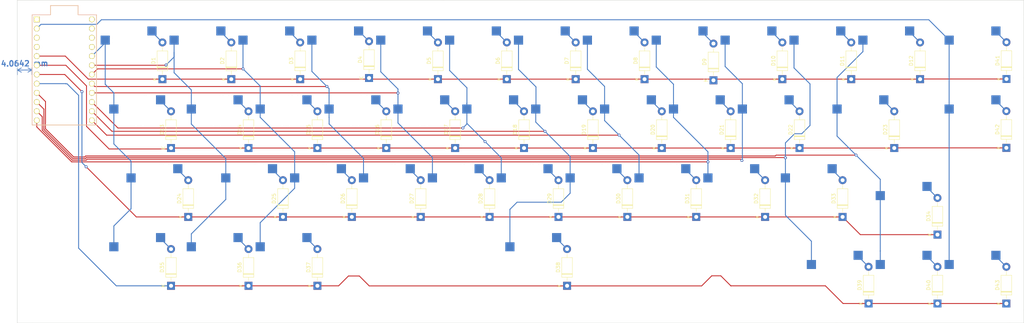
<source format=kicad_pcb>
(kicad_pcb (version 20211014) (generator pcbnew)
  (layers (0 "F.Cu" signal) (31 "B.Cu" signal) (34 "B.Paste" user) (35 "F.Paste" user) (36 "B.SilkS" user "B.Silkscreen") (37 "F.SilkS" user "F.Silkscreen") (38 "B.Mask" user) (39 "F.Mask" user) (44 "Edge.Cuts" user))
  (net 0 "")
  (net 1 "Net-(D1-Pad2)")
  (net 2 "COL0")
  (net 3 "Net-(D2-Pad2)")
  (net 4 "COL1")
  (net 5 "Net-(D3-Pad2)")
  (net 6 "COL2")
  (net 7 "Net-(D4-Pad2)")
  (net 8 "COL3")
  (net 9 "Net-(D5-Pad2)")
  (net 10 "COL4")
  (net 11 "Net-(D6-Pad2)")
  (net 12 "COL5")
  (net 13 "Net-(D7-Pad2)")
  (net 14 "COL6")
  (net 15 "Net-(D8-Pad2)")
  (net 16 "COL7")
  (net 17 "Net-(D9-Pad2)")
  (net 18 "COL8")
  (net 19 "Net-(D10-Pad2)")
  (net 20 "COL9")
  (net 21 "Net-(D11-Pad2)")
  (net 22 "COL10")
  (net 23 "Net-(D12-Pad2)")
  (net 24 "COL11")
  (net 25 "Net-(D13-Pad2)")
  (net 26 "Net-(D14-Pad2)")
  (net 27 "Net-(D15-Pad2)")
  (net 28 "Net-(D16-Pad2)")
  (net 29 "Net-(D17-Pad2)")
  (net 30 "Net-(D18-Pad2)")
  (net 31 "Net-(D19-Pad2)")
  (net 32 "Net-(D20-Pad2)")
  (net 33 "Net-(D21-Pad2)")
  (net 34 "Net-(D22-Pad2)")
  (net 35 "Net-(D23-Pad2)")
  (net 36 "Net-(D24-Pad2)")
  (net 37 "Net-(D25-Pad2)")
  (net 38 "Net-(D26-Pad2)")
  (net 39 "Net-(D27-Pad2)")
  (net 40 "Net-(D28-Pad2)")
  (net 41 "Net-(D29-Pad2)")
  (net 42 "Net-(D30-Pad2)")
  (net 43 "Net-(D31-Pad2)")
  (net 44 "Net-(D32-Pad2)")
  (net 45 "Net-(D33-Pad2)")
  (net 46 "Net-(D34-Pad2)")
  (net 47 "Net-(D35-Pad2)")
  (net 48 "Net-(D36-Pad2)")
  (net 49 "Net-(D37-Pad2)")
  (net 50 "Net-(D38-Pad2)")
  (net 51 "Net-(D39-Pad2)")
  (net 52 "Net-(D40-Pad2)")
  (net 53 "ROW0")
  (net 54 "ROW1")
  (net 55 "ROW2")
  (net 56 "ROW3")
  (net 64 "Net-(D41-Pad2)")
  (net 65 "Net-(D42-Pad2)")
  (net 66 "Net-(D43-Pad2)")
  (net 67 "COL12")
  (footprint "MX_Only:MXOnly-1.75U-Hotswap" (layer "F.Cu") (at 130.05275 -210.82)
    (fp_text reference "MX23")
    (fp_text value "MX-NoLED")
  )
  (footprint "Diode_THT:D_DO-41_SOD81_P10.16mm_Horizontal" (layer "F.Cu") (at 31.62775 -221.615 90)
    (fp_text reference "D6")
    (fp_text value "D_Small")
  )
  (footprint "Diode_THT:D_DO-41_SOD81_P10.16mm_Horizontal" (layer "F.Cu") (at 126.87775 -221.615 90)
    (fp_text reference "D11")
    (fp_text value "D_Small")
  )
  (footprint "Diode_THT:D_DO-41_SOD81_P10.16mm_Horizontal" (layer "F.Cu") (at 26.86525 -183.515 90)
    (fp_text reference "D28")
    (fp_text value "D_Small")
  )
  (footprint "MX_Only:MXOnly-1U-Hotswap" (layer "F.Cu") (at 137.1965 -229.87)
    (fp_text reference "MX12")
    (fp_text value "MX-NoLED")
  )
  (footprint "Diode_THT:D_DO-41_SOD81_P10.16mm_Horizontal" (layer "F.Cu") (at -20.75975 -202.565 90)
    (fp_text reference "D15")
    (fp_text value "D_Small")
  )
  (footprint "Diode_THT:D_DO-41_SOD81_P10.16mm_Horizontal" (layer "F.Cu") (at 131.6847 -159.5628 90)
    (fp_text reference "D39")
    (fp_text value "D_Small")
  )
  (footprint "MX_Only:MXOnly-1U-Hotswap" (layer "F.Cu") (at 99.0965 -229.87)
    (fp_text reference "MX10")
    (fp_text value "MX-NoLED")
  )
  (footprint "MX_Only:MXOnly-1U-Hotswap" (layer "F.Cu") (at 80.0465 -229.87)
    (fp_text reference "MX9")
    (fp_text value "MX-NoLED")
  )
  (footprint "Diode_THT:D_DO-41_SOD81_P10.16mm_Horizontal" (layer "F.Cu") (at 84.01525 -183.515 90)
    (fp_text reference "D31")
    (fp_text value "D_Small")
  )
  (footprint "MX_Only:MXOnly-1U-Hotswap" (layer "F.Cu") (at -72.3535 -229.87)
    (fp_text reference "MX1")
    (fp_text value "MX-NoLED")
  )
  (footprint "Diode_THT:D_DO-41_SOD81_P10.16mm_Horizontal" (layer "F.Cu") (at 17.34025 -202.565 90)
    (fp_text reference "D17")
    (fp_text value "D_Small")
  )
  (footprint "Diode_THT:D_DO-41_SOD81_P10.16mm_Horizontal" (layer "F.Cu") (at -63.62225 -221.615 90)
    (fp_text reference "D1")
    (fp_text value "D_Small")
  )
  (footprint "MX_Only:MXOnly-1.25U-Hotswap" (layer "F.Cu") (at -69.97225 -210.82)
    (fp_text reference "MX13")
    (fp_text value "MX-NoLED")
  )
  (footprint "Diode_THT:D_DO-41_SOD81_P10.16mm_Horizontal" (layer "F.Cu") (at 48.2965 -164.465 90)
    (fp_text reference "D38")
    (fp_text value "D_Small")
  )
  (footprint "Diode_THT:D_DO-41_SOD81_P10.16mm_Horizontal" (layer "F.Cu") (at 150.7347 -159.5628 90)
    (fp_text reference "D40")
    (fp_text value "D_Small")
  )
  (footprint "MX_Only:MXOnly-1U-Hotswap" (layer "F.Cu") (at 3.8465 -229.87)
    (fp_text reference "MX5")
    (fp_text value "MX-NoLED")
  )
  (footprint "promicro:ProMicro" (layer "F.Cu") (at -90.7558 -224.1804 -90)
    (fp_text reference "U1" hide)
    (fp_text value "ProMicro")
  )
  (footprint "Diode_THT:D_DO-41_SOD81_P10.16mm_Horizontal" (layer "F.Cu") (at 103.06525 -183.515 90)
    (fp_text reference "D32")
    (fp_text value "D_Small")
  )
  (footprint "Diode_THT:D_DO-41_SOD81_P10.16mm_Horizontal" (layer "F.Cu") (at -6.47225 -221.9325 90)
    (fp_text reference "D4")
    (fp_text value "D_Small")
  )
  (footprint "MX_Only:MXOnly-1U-Hotswap" (layer "F.Cu") (at 46.709 -210.82)
    (fp_text reference "MX19")
    (fp_text value "MX-NoLED")
  )
  (footprint "MX_Only:MXOnly-1U-Hotswap" (layer "F.Cu") (at -19.966 -191.77)
    (fp_text reference "MX26")
    (fp_text value "MX-NoLED")
  )
  (footprint "Diode_THT:D_DO-41_SOD81_P10.16mm_Horizontal" (layer "F.Cu") (at 169.7847 -202.6158 90)
    (fp_text reference "D42")
    (fp_text value "D_Small")
  )
  (footprint "MX_Only:MXOnly-1U-Hotswap" (layer "F.Cu") (at 94.334 -191.77)
    (fp_text reference "MX32")
    (fp_text value "MX-NoLED")
  )
  (footprint "MX_Only:MXOnly-1U-Hotswap" (layer "F.Cu") (at -53.3035 -229.87)
    (fp_text reference "MX2")
    (fp_text value "MX-NoLED")
  )
  (footprint "MX_Only:MXOnly-1U-Hotswap" (layer "F.Cu") (at 142.00345 -186.8678)
    (fp_text reference "MX34")
    (fp_text value "MX-NoLED")
  )
  (footprint "Diode_THT:D_DO-41_SOD81_P10.16mm_Horizontal" (layer "F.Cu") (at 50.67775 -221.615 90)
    (fp_text reference "D7")
    (fp_text value "D_Small")
  )
  (footprint "MX_Only:MXOnly-1U-Hotswap" (layer "F.Cu") (at 118.1465 -229.87)
    (fp_text reference "MX11")
    (fp_text value "MX-NoLED")
  )
  (footprint "Diode_THT:D_DO-41_SOD81_P10.16mm_Horizontal" (layer "F.Cu") (at 124.4965 -183.515 90)
    (fp_text reference "D33")
    (fp_text value "D_Small")
  )
  (footprint "MX_Only:MXOnly-1U-Hotswap" (layer "F.Cu") (at -34.2535 -229.87)
    (fp_text reference "MX3")
    (fp_text value "MX-NoLED")
  )
  (footprint "MX_Only:MXOnly-1U-Hotswap" (layer "F.Cu") (at -29.491 -172.72)
    (fp_text reference "MX37")
    (fp_text value "MX-NoLED")
  )
  (footprint "Diode_THT:D_DO-41_SOD81_P10.16mm_Horizontal" (layer "F.Cu") (at 36.39025 -202.565 90)
    (fp_text reference "D18")
    (fp_text value "D_Small")
  )
  (footprint "MX_Only:MXOnly-1U-Hotswap" (layer "F.Cu") (at 161.05345 -229.87)
    (fp_text reference "MX41")
    (fp_text value "MX-NoLED")
  )
  (footprint "MX_Only:MXOnly-1U-Hotswap" (layer "F.Cu") (at -10.441 -210.82)
    (fp_text reference "MX16")
    (fp_text value "MX-NoLED")
  )
  (footprint "MX_Only:MXOnly-1U-Hotswap" (layer "F.Cu") (at 8.609 -210.82)
    (fp_text reference "MX17")
    (fp_text value "MX-NoLED")
  )
  (footprint "Diode_THT:D_DO-41_SOD81_P10.16mm_Horizontal" (layer "F.Cu") (at 88.77775 -221.2975 90)
    (fp_text reference "D9")
    (fp_text value "D_Small")
  )
  (footprint "MX_Only:MXOnly-1U-Hotswap" (layer "F.Cu") (at 22.8965 -229.87)
    (fp_text reference "MX6")
    (fp_text value "MX-NoLED")
  )
  (footprint "Diode_THT:D_DO-41_SOD81_P10.16mm_Horizontal" (layer "F.Cu") (at -61.241 -202.565 90)
    (fp_text reference "D13")
    (fp_text value "D_Small")
  )
  (footprint "Diode_THT:D_DO-41_SOD81_P10.16mm_Horizontal" (layer "F.Cu") (at -39.80975 -164.465 90)
    (fp_text reference "D36")
    (fp_text value "D_Small")
  )
  (footprint "Diode_THT:D_DO-41_SOD81_P10.16mm_Horizontal" (layer "F.Cu") (at 169.81645 -221.6658 90)
    (fp_text reference "D41")
    (fp_text value "D_Small")
  )
  (footprint "MX_Only:MXOnly-1U-Hotswap" (layer "F.Cu") (at 65.759 -210.82)
    (fp_text reference "MX20")
    (fp_text value "MX-NoLED")
  )
  (footprint "Diode_THT:D_DO-41_SOD81_P10.16mm_Horizontal" (layer "F.Cu") (at -61.241 -164.465 90)
    (fp_text reference "D35")
    (fp_text value "D_Small")
  )
  (footprint "MX_Only:MXOnly-6.25U-Hotswap" (layer "F.Cu") (at 39.56525 -172.72)
    (fp_text reference "MX38")
    (fp_text value "MX-NoLED")
  )
  (footprint "MX_Only:MXOnly-1.75U-Hotswap" (layer "F.Cu") (at -65.20975 -191.77)
    (fp_text reference "MX24")
    (fp_text value "MX-NoLED")
  )
  (footprint "MX_Only:MXOnly-1U-Hotswap" (layer "F.Cu") (at 41.9465 -229.87)
    (fp_text reference "MX7")
    (fp_text value "MX-NoLED")
  )
  (footprint "Diode_THT:D_DO-41_SOD81_P10.16mm_Horizontal" (layer "F.Cu") (at -1.70975 -202.565 90)
    (fp_text reference "D16")
    (fp_text value "D_Small")
  )
  (footprint "Diode_THT:D_DO-41_SOD81_P10.16mm_Horizontal" (layer "F.Cu") (at 64.96525 -183.515 90)
    (fp_text reference "D30")
    (fp_text value "D_Small")
  )
  (footprint "Diode_THT:D_DO-41_SOD81_P10.16mm_Horizontal" (layer "F.Cu") (at 12.57775 -221.615 90)
    (fp_text reference "D5")
    (fp_text value "D_Small")
  )
  (footprint "Diode_THT:D_DO-41_SOD81_P10.16mm_Horizontal" (layer "F.Cu") (at -44.57225 -221.615 90)
    (fp_text reference "D2")
    (fp_text value "D_Small")
  )
  (footprint "Diode_THT:D_DO-41_SOD81_P10.16mm_Horizontal" (layer "F.Cu") (at 112.59025 -202.565 90)
    (fp_text reference "D22")
    (fp_text value "D_Small")
  )
  (footprint "MX_Only:MXOnly-1U-Hotswap" (layer "F.Cu") (at -39.016 -191.77)
    (fp_text reference "MX25")
    (fp_text value "MX-NoLED")
  )
  (footprint "MX_Only:MXOnly-1U-Hotswap" (layer "F.Cu") (at 60.9965 -229.87)
    (fp_text reference "MX8")
    (fp_text value "MX-NoLED")
  )
  (footprint "MX_Only:MXOnly-1U-Hotswap" (layer "F.Cu") (at 161.05345 -167.8178)
    (fp_text reference "MX43")
    (fp_text value "MX-NoLED")
  )
  (footprint "Diode_THT:D_DO-41_SOD81_P10.16mm_Horizontal" (layer "F.Cu") (at -56.4785 -183.515 90)
    (fp_text reference "D24")
    (fp_text value "D_Small")
  )
  (footprint "MX_Only:MXOnly-1U-Hotswap" (layer "F.Cu") (at 18.134 -191.77)
    (fp_text reference "MX28")
    (fp_text value "MX-NoLED")
  )
  (footprint "Diode_THT:D_DO-41_SOD81_P10.16mm_Horizontal" (layer "F.Cu") (at 74.49025 -202.565 90)
    (fp_text reference "D20")
    (fp_text value "D_Small")
  )
  (footprint "MX_Only:MXOnly-1U-Hotswap" (layer "F.Cu") (at 161.05345 -210.82)
    (fp_text reference "MX42")
    (fp_text value "MX-NoLED")
  )
  (footprint "MX_Only:MXOnly-1U-Hotswap" (layer "F.Cu") (at -48.541 -210.82)
    (fp_text reference "MX14")
    (fp_text value "MX-NoLED")
  )
  (footprint "MX_Only:MXOnly-1U-Hotswap" (layer "F.Cu") (at 75.284 -191.77)
    (fp_text reference "MX31")
    (fp_text value "MX-NoLED")
  )
  (footprint "Diode_THT:D_DO-41_SOD81_P10.16mm_Horizontal" (layer "F.Cu") (at 93.54025 -202.565 90)
    (fp_text reference "D21")
    (fp_text value "D_Small")
  )
  (footprint "MX_Only:MXOnly-1U-Hotswap" (layer "F.Cu") (at -15.2035 -229.87)
    (fp_text reference "MX4")
    (fp_text value "MX-NoLED")
  )
  (footprint "MX_Only:MXOnly-1U-Hotswap" (layer "F.Cu") (at -29.491 -210.82)
    (fp_text reference "MX15")
    (fp_text value "MX-NoLED")
  )
  (footprint "MX_Only:MXOnly-1U-Hotswap" (layer "F.Cu") (at -48.541 -172.72)
    (fp_text reference "MX36")
    (fp_text value "MX-NoLED")
  )
  (footprint "Diode_THT:D_DO-41_SOD81_P10.16mm_Horizontal" (layer "F.Cu") (at -11.23475 -183.515 90)
    (fp_text reference "D26")
    (fp_text value "D_Small")
  )
  (footprint "MX_Only:MXOnly-1U-Hotswap" (layer "F.Cu") (at -0.916 -191.77)
    (fp_text reference "MX27")
    (fp_text value "MX-NoLED")
  )
  (footprint "Diode_THT:D_DO-41_SOD81_P10.16mm_Horizontal" (layer "F.Cu") (at -30.28475 -183.515 90)
    (fp_text reference "D25")
    (fp_text value "D_Small")
  )
  (footprint "MX_Only:MXOnly-1U-Hotswap" (layer "F.Cu") (at 84.809 -210.82)
    (fp_text reference "MX21")
    (fp_text value "MX-NoLED")
  )
  (footprint "MX_Only:MXOnly-1.25U-Hotswap" (layer "F.Cu") (at 115.76525 -191.77)
    (fp_text reference "MX33")
    (fp_text value "MX-NoLED")
  )
  (footprint "MX_Only:MXOnly-1.25U-Hotswap" (layer "F.Cu") (at 122.95345 -167.8178)
    (fp_text reference "MX39")
    (fp_text value "MX-NoLED")
  )
  (footprint "MX_Only:MXOnly-1.25U-Hotswap" (layer "F.Cu") (at 142.00345 -167.8178)
    (fp_text reference "MX40")
    (fp_text value "MX-NoLED")
  )
  (footprint "MX_Only:MXOnly-1U-Hotswap" (layer "F.Cu") (at 56.234 -191.77)
    (fp_text reference "MX30")
    (fp_text value "MX-NoLED")
  )
  (footprint "Diode_THT:D_DO-41_SOD81_P10.16mm_Horizontal" (layer "F.Cu") (at 7.81525 -183.515 90)
    (fp_text reference "D27")
    (fp_text value "D_Small")
  )
  (footprint "Diode_THT:D_DO-41_SOD81_P10.16mm_Horizontal" (layer "F.Cu") (at -20.75975 -164.465 90)
    (fp_text reference "D37")
    (fp_text value "D_Small")
  )
  (footprint "Diode_THT:D_DO-41_SOD81_P10.16mm_Horizontal" (layer "F.Cu") (at 150.7347 -178.6128 90)
    (fp_text reference "D34")
    (fp_text value "D_Small")
  )
  (footprint "MX_Only:MXOnly-1U-Hotswap" (layer "F.Cu") (at 103.859 -210.82)
    (fp_text reference "MX22")
    (fp_text value "MX-NoLED")
  )
  (footprint "Diode_THT:D_DO-41_SOD81_P10.16mm_Horizontal" (layer "F.Cu") (at 169.7847 -159.5628 90)
    (fp_text reference "D43")
    (fp_text value "D_Small")
  )
  (footprint "Diode_THT:D_DO-41_SOD81_P10.16mm_Horizontal" (layer "F.Cu") (at 45.91525 -183.515 90)
    (fp_text reference "D29")
    (fp_text value "D_Small")
  )
  (footprint "Diode_THT:D_DO-41_SOD81_P10.16mm_Horizontal" (layer "F.Cu") (at 138.784 -202.565 90)
    (fp_text reference "D23")
    (fp_text value "D_Small")
  )
  (footprint "Diode_THT:D_DO-41_SOD81_P10.16mm_Horizontal" (layer "F.Cu") (at 69.72775 -221.615 90)
    (fp_text reference "D8")
    (fp_text value "D_Small")
  )
  (footprint "Diode_THT:D_DO-41_SOD81_P10.16mm_Horizontal" (layer "F.Cu") (at 145.92775 -221.615 90)
    (fp_text reference "D12")
    (fp_text value "D_Small")
  )
  (footprint "Diode_THT:D_DO-41_SOD81_P10.16mm_Horizontal" (layer "F.Cu") (at 55.44025 -202.565 90)
    (fp_text reference "D19")
    (fp_text value "D_Small")
  )
  (footprint "Diode_THT:D_DO-41_SOD81_P10.16mm_Horizontal" (layer "F.Cu") (at -39.80975 -202.565 90)
    (fp_text reference "D14")
    (fp_text value "D_Small")
  )
  (footprint "MX_Only:MXOnly-1U-Hotswap" (layer "F.Cu") (at 27.659 -210.82)
    (fp_text reference "MX18")
    (fp_text value "MX-NoLED")
  )
  (footprint "MX_Only:MXOnly-1.25U-Hotswap" (layer "F.Cu") (at -69.97225 -172.72)
    (fp_text reference "MX35")
    (fp_text value "MX-NoLED")
  )
  (footprint "Diode_THT:D_DO-41_SOD81_P10.16mm_Horizontal" (layer "F.Cu") (at -25.52225 -221.615 90)
    (fp_text reference "D3")
    (fp_text value "D_Small")
  )
  (footprint "MX_Only:MXOnly-1U-Hotswap" (layer "F.Cu") (at 37.184 -191.77)
    (fp_text reference "MX29")
    (fp_text value "MX-NoLED")
  )
  (footprint "Diode_THT:D_DO-41_SOD81_P10.16mm_Horizontal" (layer "F.Cu") (at 107.82775 -221.615 90)
    (fp_text reference "D10")
    (fp_text value "D_Small")
  )
  (gr_line (start 174.625 -221.996) (end 174.625 -239.395) (layer "Edge.Cuts") (width 0.1))
  (gr_line (start -103.759 -239.315318) (end -103.759 -243.332) (layer "Edge.Cuts") (width 0.1))
  (gr_line (start -99.568 -154.178) (end -103.759 -154.178) (layer "Edge.Cuts") (width 0.1))
  (gr_line (start -103.759 -243.459) (end -99.742318 -243.459) (layer "Edge.Cuts") (width 0.1))
  (gr_line (start 174.625 -154.178) (end 174.625 -157.861) (layer "Edge.Cuts") (width 0.1))
  (gr_line (start 13.97 -243.459) (end 170.561 -243.459) (layer "Edge.Cuts") (width 0.1))
  (gr_line (start -103.759 -154.178) (end -103.759 -154.305) (layer "Edge.Cuts") (width 0.1))
  (gr_line (start 170.561 -243.459) (end 174.625 -243.459) (layer "Edge.Cuts") (width 0.1))
  (gr_line (start 122.809 -154.178) (end -99.568 -154.178) (layer "Edge.Cuts") (width 0.1))
  (gr_line (start 122.809 -154.178) (end 170.620149 -154.178) (layer "Edge.Cuts") (width 0.1))
  (gr_line (start 174.625 -243.459) (end 174.625 -239.395) (layer "Edge.Cuts") (width 0.1))
  (gr_line (start -103.759 -224.282) (end -103.759 -239.315318) (layer "Edge.Cuts") (width 0.1))
  (gr_line (start -103.759 -158.182851) (end -103.759 -154.305) (layer "Edge.Cuts") (width 0.1))
  (gr_line (start 170.620149 -154.178) (end 174.625 -154.178) (layer "Edge.Cuts") (width 0.1))
  (gr_line (start -103.759 -224.282) (end -103.759 -158.182851) (layer "Edge.Cuts") (width 0.1))
  (gr_line (start 13.97 -243.459) (end -99.742318 -243.459) (layer "Edge.Cuts") (width 0.1))
  (gr_line (start -103.759 -243.332) (end -103.759 -243.459) (layer "Edge.Cuts") (width 0.1))
  (gr_line (start 174.625 -157.861) (end 174.625 -221.996) (layer "Edge.Cuts") (width 0.1))
  (dimension (type aligned) (layer "B.Cu") (pts (xy -99.678992 -222.372582) (xy -103.742992 -222.336082)) (height 1.78249) (gr_text "4,0642 mm" (at -101.743166 -225.936677 0.5145767038) (layer "B.Cu") (effects (font (size 1.5 1.5) (thickness 0.3)))) (format (units 3) (units_format 1) (precision 4)) (style (thickness 0.2) (arrow_length 1.27) (text_position_mode 0) (extension_height 0.58642) (extension_offset 0.5) keep_text_aligned))
  (segment (start -66.5115 -234.66425) (end -63.62225 -231.775) (width 0.25) (layer "B.Cu") (net 1))
  (segment (start -66.5115 -234.95) (end -66.5115 -234.66425) (width 0.25) (layer "B.Cu") (net 1))
  (segment (start -79.4385 -232.41) (end -79.4385 -231.6877) (width 0.25) (layer "B.Cu") (net 2))
  (segment (start -77.04615 -217.805) (end -77.05725 -217.7939) (width 0.25) (layer "B.Cu") (net 2))
  (segment (start -72.29475 -185.7772) (end -77.05725 -181.0147) (width 0.25) (layer "B.Cu") (net 2))
  (segment (start -79.4385 -232.41) (end -79.4385 -220.19735) (width 0.25) (layer "B.Cu") (net 2))
  (segment (start -77.05725 -213.36) (end -77.05725 -203.6937) (width 0.25) (layer "B.Cu") (net 2))
  (segment (start -77.05725 -181.0147) (end -77.05725 -175.26) (width 0.25) (layer "B.Cu") (net 2))
  (segment (start -72.29475 -198.9312) (end -72.29475 -194.31) (width 0.25) (layer "B.Cu") (net 2))
  (segment (start -72.29475 -194.31) (end -72.29475 -185.7772) (width 0.25) (layer "B.Cu") (net 2))
  (segment (start -79.4385 -220.19735) (end -77.04615 -217.805) (width 0.25) (layer "B.Cu") (net 2))
  (segment (start -77.05725 -217.7939) (end -77.05725 -213.36) (width 0.25) (layer "B.Cu") (net 2))
  (segment (start -79.4385 -231.6877) (end -83.1358 -227.9904) (width 0.25) (layer "B.Cu") (net 2))
  (segment (start -77.05725 -203.6937) (end -72.29475 -198.9312) (width 0.25) (layer "B.Cu") (net 2))
  (segment (start -47.4615 -234.95) (end -47.4615 -234.66425) (width 0.25) (layer "B.Cu") (net 3))
  (segment (start -47.4615 -234.66425) (end -44.57225 -231.775) (width 0.25) (layer "B.Cu") (net 3))
  (segment (start -83.1358 -225.4504) (end -62.69515 -225.4504) (width 0.25) (layer "F.Cu") (net 4))
  (segment (start -62.69515 -225.4504) (end -62.61895 -225.5266) (width 0.25) (layer "F.Cu") (net 4))
  (via (at -62.61895 -225.5266) (size 0.8) (drill 0.4) (layers "F.Cu" "B.Cu") (net 4))
  (segment (start -55.626 -178.82395) (end -55.626 -175.26) (width 0.25) (layer "B.Cu") (net 4))
  (segment (start -60.3885 -228.98575) (end -60.3885 -227.75705) (width 0.25) (layer "B.Cu") (net 4))
  (segment (start -60.3885 -223.39775) (end -55.626 -218.63525) (width 0.25) (layer "B.Cu") (net 4))
  (segment (start -46.101 -199.66145) (end -46.101 -194.31) (width 0.25) (layer "B.Cu") (net 4))
  (segment (start -60.3885 -228.98575) (end -60.3885 -223.39775) (width 0.25) (layer "B.Cu") (net 4))
  (segment (start -55.626 -218.63525) (end -55.626 -213.36) (width 0.25) (layer "B.Cu") (net 4))
  (segment (start -46.101 -194.31) (end -46.101 -188.34895) (width 0.25) (layer "B.Cu") (net 4))
  (segment (start -60.3885 -227.75705) (end -62.61895 -225.5266) (width 0.25) (layer "B.Cu") (net 4))
  (segment (start -55.626 -213.36) (end -55.626 -209.18645) (width 0.25) (layer "B.Cu") (net 4))
  (segment (start -46.101 -188.34895) (end -55.626 -178.82395) (width 0.25) (layer "B.Cu") (net 4))
  (segment (start -60.3885 -232.41) (end -60.3885 -228.98575) (width 0.25) (layer "B.Cu") (net 4))
  (segment (start -55.626 -209.18645) (end -46.101 -199.66145) (width 0.25) (layer "B.Cu") (net 4))
  (segment (start -28.4115 -234.66425) (end -25.52225 -231.775) (width 0.25) (layer "B.Cu") (net 5))
  (segment (start -28.4115 -234.95) (end -28.4115 -234.66425) (width 0.25) (layer "B.Cu") (net 5))
  (segment (start -81.58165 -224.46455) (end -41.3385 -224.46455) (width 0.25) (layer "F.Cu") (net 6))
  (segment (start -83.1358 -222.9104) (end -81.58165 -224.46455) (width 0.25) (layer "F.Cu") (net 6))
  (via (at -41.3385 -224.46455) (size 0.8) (drill 0.4) (layers "F.Cu" "B.Cu") (net 6))
  (segment (start -41.3385 -224.46455) (end -36.576 -219.70205) (width 0.25) (layer "B.Cu") (net 6))
  (segment (start -27.051 -191.44775) (end -36.576 -181.92275) (width 0.25) (layer "B.Cu") (net 6))
  (segment (start -36.576 -213.36) (end -36.576 -211.057231) (width 0.25) (layer "B.Cu") (net 6))
  (segment (start -27.051 -194.31) (end -27.051 -191.44775) (width 0.25) (layer "B.Cu") (net 6))
  (segment (start -27.051 -201.532231) (end -27.051 -194.31) (width 0.25) (layer "B.Cu") (net 6))
  (segment (start -36.576 -181.92275) (end -36.576 -175.26) (width 0.25) (layer "B.Cu") (net 6))
  (segment (start -41.3385 -232.41) (end -41.3385 -224.46455) (width 0.25) (layer "B.Cu") (net 6))
  (segment (start -36.576 -211.057231) (end -27.051 -201.532231) (width 0.25) (layer "B.Cu") (net 6))
  (segment (start -36.576 -219.70205) (end -36.576 -213.36) (width 0.25) (layer "B.Cu") (net 6))
  (segment (start -9.32975 -234.95) (end -6.47225 -232.0925) (width 0.25) (layer "B.Cu") (net 7))
  (segment (start -9.3615 -234.95) (end -9.32975 -234.95) (width 0.25) (layer "B.Cu") (net 7))
  (segment (start -18.181549 -219.570401) (end -18.14355 -219.6084) (width 0.25) (layer "F.Cu") (net 8))
  (segment (start -82.335801 -219.570401) (end -18.181549 -219.570401) (width 0.25) (layer "F.Cu") (net 8))
  (segment (start -83.1358 -220.3704) (end -82.335801 -219.570401) (width 0.25) (layer "F.Cu") (net 8))
  (via (at -18.14355 -219.6084) (size 0.8) (drill 0.4) (layers "F.Cu" "B.Cu") (net 8))
  (segment (start -17.526 -211.057231) (end -17.50855 -211.039781) (width 0.25) (layer "B.Cu") (net 8))
  (segment (start -22.2885 -232.41) (end -22.2885 -223.75335) (width 0.25) (layer "B.Cu") (net 8))
  (segment (start -8.001 -199.71225) (end -8.001 -194.31) (width 0.25) (layer "B.Cu") (net 8))
  (segment (start -22.2885 -223.75335) (end -18.14355 -219.6084) (width 0.25) (layer "B.Cu") (net 8))
  (segment (start -17.50855 -211.039781) (end -17.50855 -209.2198) (width 0.25) (layer "B.Cu") (net 8))
  (segment (start -18.14355 -219.6084) (end -17.526 -218.99085) (width 0.25) (layer "B.Cu") (net 8))
  (segment (start -17.526 -218.99085) (end -17.526 -213.36) (width 0.25) (layer "B.Cu") (net 8))
  (segment (start -17.526 -213.36) (end -17.526 -211.057231) (width 0.25) (layer "B.Cu") (net 8))
  (segment (start -17.50855 -209.2198) (end -8.001 -199.71225) (width 0.25) (layer "B.Cu") (net 8))
  (segment (start 9.6885 -234.95) (end 9.6885 -234.66425) (width 0.25) (layer "B.Cu") (net 9))
  (segment (start 9.6885 -234.66425) (end 12.57775 -231.775) (width 0.25) (layer "B.Cu") (net 9))
  (segment (start 1.46525 -217.8304) (end 1.524 -217.77165) (width 0.25) (layer "F.Cu") (net 10))
  (segment (start -83.1358 -217.8304) (end 1.46525 -217.8304) (width 0.25) (layer "F.Cu") (net 10))
  (via (at 1.524 -217.77165) (size 0.8) (drill 0.4) (layers "F.Cu" "B.Cu") (net 10))
  (segment (start 1.524 -209.49125) (end 11.049 -199.96625) (width 0.25) (layer "B.Cu") (net 10))
  (segment (start 1.524 -213.36) (end 1.524 -209.49125) (width 0.25) (layer "B.Cu") (net 10))
  (segment (start -3.2385 -223.65175) (end 1.54145 -218.8718) (width 0.25) (layer "B.Cu") (net 10))
  (segment (start 1.524 -217.77165) (end 1.524 -213.36) (width 0.25) (layer "B.Cu") (net 10))
  (segment (start 1.524 -218.85435) (end 1.524 -217.77165) (width 0.25) (layer "B.Cu") (net 10))
  (segment (start 11.049 -199.96625) (end 11.049 -194.31) (width 0.25) (layer "B.Cu") (net 10))
  (segment (start 1.54145 -218.8718) (end 1.524 -218.85435) (width 0.25) (layer "B.Cu") (net 10))
  (segment (start -3.2385 -232.41) (end -3.2385 -223.65175) (width 0.25) (layer "B.Cu") (net 10))
  (segment (start 28.7385 -234.66425) (end 31.62775 -231.775) (width 0.25) (layer "B.Cu") (net 11))
  (segment (start 28.7385 -234.95) (end 28.7385 -234.66425) (width 0.25) (layer "B.Cu") (net 11))
  (segment (start -83.1358 -215.2904) (end -82.0108 -214.1654) (width 0.25) (layer "F.Cu") (net 12))
  (segment (start -82.0108 -214.1654) (end -81.99175 -214.1654) (width 0.25) (layer "F.Cu") (net 12))
  (segment (start -75.92855 -208.1022) (end 19.47385 -208.1022) (width 0.25) (layer "F.Cu") (net 12))
  (segment (start -81.99175 -214.1654) (end -75.92855 -208.1022) (width 0.25) (layer "F.Cu") (net 12))
  (via (at 19.47385 -208.1022) (size 0.8) (drill 0.4) (layers "F.Cu" "B.Cu") (net 12))
  (via (at 25.62065 -204.343) (size 0.8) (drill 0.4) (layers "F.Cu" "B.Cu") (net 12))
  (segment (start 20.574 -213.36) (end 20.574 -209.38965) (width 0.25) (layer "B.Cu") (net 12))
  (segment (start 20.59145 -219.2274) (end 20.59145 -214.9602) (width 0.25) (layer "B.Cu") (net 12))
  (segment (start 30.099 -199.86465) (end 30.099 -194.31) (width 0.25) (layer "B.Cu") (net 12))
  (segment (start 20.54065 -214.9094) (end 20.574 -214.87605) (width 0.25) (layer "B.Cu") (net 12))
  (segment (start 20.574 -209.20235) (end 19.47385 -208.1022) (width 0.25) (layer "B.Cu") (net 12))
  (segment (start 15.8115 -224.00735) (end 20.59145 -219.2274) (width 0.25) (layer "B.Cu") (net 12))
  (segment (start 15.8115 -232.41) (end 15.8115 -224.00735) (width 0.25) (layer "B.Cu") (net 12))
  (segment (start 20.59145 -214.9602) (end 20.54065 -214.9094) (width 0.25) (layer "B.Cu") (net 12))
  (segment (start 20.574 -214.87605) (end 20.574 -213.36) (width 0.25) (layer "B.Cu") (net 12))
  (segment (start 20.574 -209.38965) (end 20.574 -209.20235) (width 0.25) (layer "B.Cu") (net 12))
  (segment (start 20.574 -209.38965) (end 30.099 -199.86465) (width 0.25) (layer "B.Cu") (net 12))
  (segment (start 47.7885 -234.66425) (end 50.67775 -231.775) (width 0.25) (layer "B.Cu") (net 13))
  (segment (start 47.7885 -234.95) (end 47.7885 -234.66425) (width 0.25) (layer "B.Cu") (net 13))
  (segment (start -77.5732 -207.1878) (end 42.18145 -207.1878) (width 0.25) (layer "F.Cu") (net 14))
  (segment (start -83.1358 -212.7504) (end -77.5732 -207.1878) (width 0.25) (layer "F.Cu") (net 14))
  (via (at 42.18145 -207.1878) (size 0.8) (drill 0.4) (layers "F.Cu" "B.Cu") (net 14))
  (segment (start 49.149 -200.22025) (end 49.149 -194.31) (width 0.25) (layer "B.Cu") (net 14))
  (segment (start 39.69225 -219.4814) (end 39.69225 -213.42825) (width 0.25) (layer "B.Cu") (net 14))
  (segment (start 32.48025 -185.5962) (end 32.48025 -175.26) (width 0.25) (layer "B.Cu") (net 14))
  (segment (start 34.45985 -187.579) (end 32.47865 -185.5978) (width 0.25) (layer "B.Cu") (net 14))
  (segment (start 49.149 -190.07615) (end 46.65185 -187.579) (width 0.25) (layer "B.Cu") (net 14))
  (segment (start 39.69225 -213.42825) (end 39.624 -213.36) (width 0.25) (layer "B.Cu") (net 14))
  (segment (start 49.149 -194.31) (end 49.149 -190.07615) (width 0.25) (layer "B.Cu") (net 14))
  (segment (start 34.8615 -224.31215) (end 39.69225 -219.4814) (width 0.25) (layer "B.Cu") (net 14))
  (segment (start 46.65185 -187.579) (end 34.45985 -187.579) (width 0.25) (layer "B.Cu") (net 14))
  (segment (start 34.8615 -232.41) (end 34.8615 -224.31215) (width 0.25) (layer "B.Cu") (net 14))
  (segment (start 42.18145 -207.1878) (end 49.149 -200.22025) (width 0.25) (layer "B.Cu") (net 14))
  (segment (start 39.624 -209.74525) (end 42.18145 -207.1878) (width 0.25) (layer "B.Cu") (net 14))
  (segment (start 32.47865 -185.5978) (end 32.48025 -185.5962) (width 0.25) (layer "B.Cu") (net 14))
  (segment (start 39.624 -213.36) (end 39.624 -209.74525) (width 0.25) (layer "B.Cu") (net 14))
  (segment (start 66.8385 -234.66425) (end 69.72775 -231.775) (width 0.25) (layer "B.Cu") (net 15))
  (segment (start 66.8385 -234.95) (end 66.8385 -234.66425) (width 0.25) (layer "B.Cu") (net 15))
  (segment (start -79.0464 -206.121) (end 62.65385 -206.121) (width 0.25) (layer "F.Cu") (net 16))
  (segment (start 62.65385 -206.121) (end 62.67925 -206.1464) (width 0.25) (layer "F.Cu") (net 16))
  (segment (start -83.1358 -210.2104) (end -79.0464 -206.121) (width 0.25) (layer "F.Cu") (net 16))
  (via (at 62.67925 -206.1464) (size 0.8) (drill 0.4) (layers "F.Cu" "B.Cu") (net 16))
  (segment (start 58.674 -210.15165) (end 62.67925 -206.1464) (width 0.25) (layer "B.Cu") (net 16))
  (segment (start 53.9115 -232.41) (end 53.9115 -224.36295) (width 0.25) (layer "B.Cu") (net 16))
  (segment (start 58.674 -213.36) (end 58.674 -210.15165) (width 0.25) (layer "B.Cu") (net 16))
  (segment (start 68.199 -200.62665) (end 68.199 -194.31) (width 0.25) (layer "B.Cu") (net 16))
  (segment (start 58.674 -219.60045) (end 58.674 -213.36) (width 0.25) (layer "B.Cu") (net 16))
  (segment (start 53.9115 -224.36295) (end 58.674 -219.60045) (width 0.25) (layer "B.Cu") (net 16))
  (segment (start 62.67925 -206.1464) (end 68.199 -200.62665) (width 0.25) (layer "B.Cu") (net 16))
  (segment (start 85.8885 -234.95) (end 85.8885 -234.34675) (width 0.25) (layer "B.Cu") (net 17))
  (segment (start 85.8885 -234.34675) (end 88.77775 -231.4575) (width 0.25) (layer "B.Cu") (net 17))
  (segment (start -98.3758 -210.2104) (end -98.3758 -208.40065) (width 0.25) (layer "F.Cu") (net 18))
  (segment (start -98.3758 -208.40065) (end -88.7222 -198.74705) (width 0.25) (layer "F.Cu") (net 18))
  (segment (start -88.7222 -198.74705) (end 87.249 -198.74705) (width 0.25) (layer "F.Cu") (net 18))
  (via (at 87.249 -198.74705) (size 0.8) (drill 0.4) (layers "F.Cu" "B.Cu") (net 18))
  (segment (start 72.9615 -232.41) (end 72.9615 -224.97255) (width 0.25) (layer "B.Cu") (net 18))
  (segment (start 77.74145 -220.1926) (end 77.724 -220.17515) (width 0.25) (layer "B.Cu") (net 18))
  (segment (start 72.9615 -224.97255) (end 77.74145 -220.1926) (width 0.25) (layer "B.Cu") (net 18))
  (segment (start 87.249 -201.532231) (end 87.249 -198.74705) (width 0.25) (layer "B.Cu") (net 18))
  (segment (start 77.724 -213.36) (end 77.724 -211.057231) (width 0.25) (layer "B.Cu") (net 18))
  (segment (start 77.724 -211.057231) (end 87.249 -201.532231) (width 0.25) (layer "B.Cu") (net 18))
  (segment (start 87.249 -198.74705) (end 87.249 -194.31) (width 0.25) (layer "B.Cu") (net 18))
  (segment (start 77.724 -220.17515) (end 77.724 -213.36) (width 0.25) (layer "B.Cu") (net 18))
  (segment (start 104.9385 -234.95) (end 104.9385 -234.66425) (width 0.25) (layer "B.Cu") (net 19))
  (segment (start 104.9385 -234.66425) (end 107.82775 -231.775) (width 0.25) (layer "B.Cu") (net 19))
  (segment (start -96.85815 -207.519396) (end -88.535804 -199.19705) (width 0.25) (layer "F.Cu") (net 20))
  (segment (start -84.71695 -199.19705) (end -84.44195 -199.47205) (width 0.25) (layer "F.Cu") (net 20))
  (segment (start -84.44195 -199.47205) (end 96.2776 -199.47205) (width 0.25) (layer "F.Cu") (net 20))
  (segment (start -98.3758 -212.7504) (end -96.85815 -211.23275) (width 0.25) (layer "F.Cu") (net 20))
  (segment (start -88.535804 -199.19705) (end -84.71695 -199.19705) (width 0.25) (layer "F.Cu") (net 20))
  (segment (start -96.85815 -211.23275) (end -96.85815 -207.519396) (width 0.25) (layer "F.Cu") (net 20))
  (segment (start 96.2776 -199.47205) (end 96.63905 -199.1106) (width 0.25) (layer "F.Cu") (net 20))
  (via (at 96.63905 -199.1106) (size 0.8) (drill 0.4) (layers "F.Cu" "B.Cu") (net 20))
  (segment (start 92.0115 -225.12495) (end 96.774 -220.36245) (width 0.25) (layer "B.Cu") (net 20))
  (segment (start 96.774 -220.36245) (end 96.774 -213.36) (width 0.25) (layer "B.Cu") (net 20))
  (segment (start 92.0115 -232.41) (end 92.0115 -225.12495) (width 0.25) (layer "B.Cu") (net 20))
  (segment (start 96.774 -199.24555) (end 96.774 -213.36) (width 0.25) (layer "B.Cu") (net 20))
  (segment (start 96.63905 -199.1106) (end 96.774 -199.24555) (width 0.25) (layer "B.Cu") (net 20))
  (segment (start 123.9885 -234.95) (end 123.9885 -234.66425) (width 0.25) (layer "B.Cu") (net 21))
  (segment (start 123.9885 -234.66425) (end 126.87775 -231.775) (width 0.25) (layer "B.Cu") (net 21))
  (segment (start 108.62785 -199.9234) (end 108.68025 -199.871) (width 0.25) (layer "F.Cu") (net 22))
  (segment (start -84.66615 -199.90105) (end -84.66615 -199.9234) (width 0.25) (layer "F.Cu") (net 22))
  (segment (start -98.3758 -215.2904) (end -96.40815 -213.32275) (width 0.25) (layer "F.Cu") (net 22))
  (segment (start -88.349408 -199.64705) (end -84.92015 -199.64705) (width 0.25) (layer "F.Cu") (net 22))
  (segment (start -84.66615 -199.9234) (end 108.62785 -199.9234) (width 0.25) (layer "F.Cu") (net 22))
  (segment (start -96.40815 -213.32275) (end -96.40815 -207.705792) (width 0.25) (layer "F.Cu") (net 22))
  (segment (start -84.92015 -199.64705) (end -84.66615 -199.90105) (width 0.25) (layer "F.Cu") (net 22))
  (segment (start -96.40815 -207.705792) (end -88.349408 -199.64705) (width 0.25) (layer "F.Cu") (net 22))
  (via (at 108.68025 -199.871) (size 0.8) (drill 0.4) (layers "F.Cu" "B.Cu") (net 22))
  (segment (start 111.21865 -206.5274) (end 108.68025 -203.989) (width 0.25) (layer "B.Cu") (net 22))
  (segment (start 108.68025 -203.989) (end 108.68025 -199.871) (width 0.25) (layer "B.Cu") (net 22))
  (segment (start 108.68025 -183.9738) (end 108.68025 -194.31) (width 0.25) (layer "B.Cu") (net 22))
  (segment (start 115.86845 -170.3578) (end 115.86845 -176.7856) (width 0.25) (layer "B.Cu") (net 22))
  (segment (start 115.86845 -176.7856) (end 108.68025 -183.9738) (width 0.25) (layer "B.Cu") (net 22))
  (segment (start 115.48585 -208.8134) (end 113.19985 -206.5274) (width 0.25) (layer "B.Cu") (net 22))
  (segment (start 111.0615 -224.71855) (end 115.48585 -220.2942) (width 0.25) (layer "B.Cu") (net 22))
  (segment (start 113.19985 -206.5274) (end 111.21865 -206.5274) (width 0.25) (layer "B.Cu") (net 22))
  (segment (start 108.68025 -199.871) (end 108.68025 -194.31) (width 0.25) (layer "B.Cu") (net 22))
  (segment (start 111.0615 -232.41) (end 111.0615 -224.71855) (width 0.25) (layer "B.Cu") (net 22))
  (segment (start 115.48585 -220.2942) (end 115.48585 -208.8134) (width 0.25) (layer "B.Cu") (net 22))
  (segment (start 143.0385 -234.66425) (end 145.92775 -231.775) (width 0.25) (layer "B.Cu") (net 23))
  (segment (start 143.0385 -234.95) (end 143.0385 -234.66425) (width 0.25) (layer "B.Cu") (net 23))
  (segment (start 106.10725 -200.596) (end 128.19805 -200.596) (width 0.25) (layer "F.Cu") (net 24))
  (segment (start -84.852546 -200.3734) (end 105.88465 -200.3734) (width 0.25) (layer "F.Cu") (net 24))
  (segment (start -85.128896 -200.09705) (end -84.852546 -200.3734) (width 0.25) (layer "F.Cu") (net 24))
  (segment (start 128.19805 -200.596) (end 128.21125 -200.6092) (width 0.25) (layer "F.Cu") (net 24))
  (segment (start -95.95815 -215.41275) (end -95.95815 -207.892188) (width 0.25) (layer "F.Cu") (net 24))
  (segment (start 105.88465 -200.3734) (end 106.10725 -200.596) (width 0.25) (layer "F.Cu") (net 24))
  (segment (start -95.95815 -207.892188) (end -88.163012 -200.09705) (width 0.25) (layer "F.Cu") (net 24))
  (segment (start -98.3758 -217.8304) (end -95.95815 -215.41275) (width 0.25) (layer "F.Cu") (net 24))
  (segment (start -88.163012 -200.09705) (end -85.128896 -200.09705) (width 0.25) (layer "F.Cu") (net 24))
  (via (at 128.21125 -200.6092) (size 0.8) (drill 0.4) (layers "F.Cu" "B.Cu") (net 24))
  (segment (start 128.21125 -200.6092) (end 134.91845 -193.902) (width 0.25) (layer "B.Cu") (net 24))
  (segment (start 130.1115 -229.23025) (end 122.96775 -222.0865) (width 0.25) (layer "B.Cu") (net 24))
  (segment (start 134.91845 -189.4078) (end 134.91845 -174.09) (width 0.25) (layer "B.Cu") (net 24))
  (segment (start 130.11625 -198.7042) (end 130.1115 -198.69945) (width 0.25) (layer "B.Cu") (net 24))
  (segment (start 122.96775 -205.8527) (end 128.21125 -200.6092) (width 0.25) (layer "B.Cu") (net 24))
  (segment (start 130.1115 -232.41) (end 130.1115 -229.23025) (width 0.25) (layer "B.Cu") (net 24))
  (segment (start 134.91845 -193.902) (end 134.91845 -189.4078) (width 0.25) (layer "B.Cu") (net 24))
  (segment (start 134.91845 -174.09) (end 134.91845 -170.3578) (width 0.25) (layer "B.Cu") (net 24))
  (segment (start 122.96775 -213.36) (end 122.96775 -205.8527) (width 0.25) (layer "B.Cu") (net 24))
  (segment (start 122.96775 -222.0865) (end 122.96775 -213.36) (width 0.25) (layer "B.Cu") (net 24))
  (segment (start 134.91685 -174.0916) (end 134.91845 -174.09) (width 0.25) (layer "B.Cu") (net 24))
  (segment (start -64.13025 -215.61425) (end -61.241 -212.725) (width 0.25) (layer "B.Cu") (net 25))
  (segment (start -64.13025 -215.9) (end -64.13025 -215.61425) (width 0.25) (layer "B.Cu") (net 25))
  (segment (start -42.699 -215.61425) (end -39.80975 -212.725) (width 0.25) (layer "B.Cu") (net 26))
  (segment (start -42.699 -215.9) (end -42.699 -215.61425) (width 0.25) (layer "B.Cu") (net 26))
  (segment (start -23.649 -215.61425) (end -20.75975 -212.725) (width 0.25) (layer "B.Cu") (net 27))
  (segment (start -23.649 -215.9) (end -23.649 -215.61425) (width 0.25) (layer "B.Cu") (net 27))
  (segment (start -4.599 -215.61425) (end -1.70975 -212.725) (width 0.25) (layer "B.Cu") (net 28))
  (segment (start -4.599 -215.9) (end -4.599 -215.61425) (width 0.25) (layer "B.Cu") (net 28))
  (segment (start 14.451 -215.9) (end 14.451 -215.61425) (width 0.25) (layer "B.Cu") (net 29))
  (segment (start 14.451 -215.61425) (end 17.34025 -212.725) (width 0.25) (layer "B.Cu") (net 29))
  (segment (start 33.501 -215.9) (end 33.501 -215.61425) (width 0.25) (layer "B.Cu") (net 30))
  (segment (start 33.501 -215.61425) (end 36.39025 -212.725) (width 0.25) (layer "B.Cu") (net 30))
  (segment (start 52.551 -215.61425) (end 55.44025 -212.725) (width 0.25) (layer "B.Cu") (net 31))
  (segment (start 52.551 -215.9) (end 52.551 -215.61425) (width 0.25) (layer "B.Cu") (net 31))
  (segment (start 71.601 -215.61425) (end 74.49025 -212.725) (width 0.25) (layer "B.Cu") (net 32))
  (segment (start 71.601 -215.9) (end 71.601 -215.61425) (width 0.25) (layer "B.Cu") (net 32))
  (segment (start 90.651 -215.9) (end 90.651 -215.61425) (width 0.25) (layer "B.Cu") (net 33))
  (segment (start 90.651 -215.61425) (end 93.54025 -212.725) (width 0.25) (layer "B.Cu") (net 33))
  (segment (start 109.701 -215.61425) (end 112.59025 -212.725) (width 0.25) (layer "B.Cu") (net 34))
  (segment (start 109.701 -215.9) (end 109.701 -215.61425) (width 0.25) (layer "B.Cu") (net 34))
  (segment (start 135.89475 -215.61425) (end 138.784 -212.725) (width 0.25) (layer "B.Cu") (net 35))
  (segment (start 135.89475 -215.9) (end 135.89475 -215.61425) (width 0.25) (layer "B.Cu") (net 35))
  (segment (start -59.36775 -196.56425) (end -56.4785 -193.675) (width 0.25) (layer "B.Cu") (net 36))
  (segment (start -59.36775 -196.85) (end -59.36775 -196.56425) (width 0.25) (layer "B.Cu") (net 36))
  (segment (start -33.174 -196.85) (end -33.174 -196.56425) (width 0.25) (layer "B.Cu") (net 37))
  (segment (start -33.174 -196.56425) (end -30.28475 -193.675) (width 0.25) (layer "B.Cu") (net 37))
  (segment (start -14.124 -196.85) (end -14.124 -196.56425) (width 0.25) (layer "B.Cu") (net 38))
  (segment (start -14.124 -196.56425) (end -11.23475 -193.675) (width 0.25) (layer "B.Cu") (net 38))
  (segment (start 4.926 -196.5198) (end 7.7708 -193.675) (width 0.25) (layer "B.Cu") (net 39))
  (segment (start 4.926 -196.85) (end 4.926 -196.5198) (width 0.25) (layer "B.Cu") (net 39))
  (segment (start 7.7708 -193.675) (end 7.81525 -193.675) (width 0.25) (layer "B.Cu") (net 39))
  (segment (start 23.976 -196.56425) (end 26.86525 -193.675) (width 0.25) (layer "B.Cu") (net 40))
  (segment (start 23.976 -196.85) (end 23.976 -196.56425) (width 0.25) (layer "B.Cu") (net 40))
  (segment (start 43.026 -196.56425) (end 45.91525 -193.675) (width 0.25) (layer "B.Cu") (net 41))
  (segment (start 43.026 -196.85) (end 43.026 -196.56425) (width 0.25) (layer "B.Cu") (net 41))
  (segment (start 62.076 -196.85) (end 62.076 -196.56425) (width 0.25) (layer "B.Cu") (net 42))
  (segment (start 62.076 -196.56425) (end 64.96525 -193.675) (width 0.25) (layer "B.Cu") (net 42))
  (segment (start 81.126 -196.56425) (end 84.01525 -193.675) (width 0.25) (layer "B.Cu") (net 43))
  (segment (start 81.126 -196.85) (end 81.126 -196.56425) (width 0.25) (layer "B.Cu") (net 43))
  (segment (start 100.176 -196.56425) (end 103.06525 -193.675) (width 0.25) (layer "B.Cu") (net 44))
  (segment (start 100.176 -196.85) (end 100.176 -196.56425) (width 0.25) (layer "B.Cu") (net 44))
  (segment (start 121.60725 -196.85) (end 121.60725 -196.56425) (width 0.25) (layer "B.Cu") (net 45))
  (segment (start 121.60725 -196.56425) (end 124.4965 -193.675) (width 0.25) (layer "B.Cu") (net 45))
  (segment (start 147.84545 -191.66205) (end 150.7347 -188.7728) (width 0.25) (layer "B.Cu") (net 46))
  (segment (start -64.13025 -177.51425) (end -61.241 -174.625) (width 0.25) (layer "B.Cu") (net 47))
  (segment (start -64.13025 -177.8) (end -64.13025 -177.51425) (width 0.25) (layer "B.Cu") (net 47))
  (segment (start -42.699 -177.51425) (end -39.80975 -174.625) (width 0.25) (layer "B.Cu") (net 48))
  (segment (start -42.699 -177.8) (end -42.699 -177.51425) (width 0.25) (layer "B.Cu") (net 48))
  (segment (start -23.649 -177.8) (end -23.649 -177.51425) (width 0.25) (layer "B.Cu") (net 49))
  (segment (start -23.649 -177.51425) (end -20.75975 -174.625) (width 0.25) (layer "B.Cu") (net 49))
  (segment (start 45.40725 -177.8) (end 45.40725 -177.51425) (width 0.25) (layer "B.Cu") (net 50))
  (segment (start 45.40725 -177.51425) (end 48.2965 -174.625) (width 0.25) (layer "B.Cu") (net 50))
  (segment (start 128.79545 -172.61205) (end 131.6847 -169.7228) (width 0.25) (layer "B.Cu") (net 51))
  (segment (start 128.79545 -172.8978) (end 128.79545 -172.61205) (width 0.25) (layer "B.Cu") (net 51))
  (segment (start 147.84545 -172.61205) (end 150.7347 -169.7228) (width 0.25) (layer "B.Cu") (net 52))
  (segment (start 147.84545 -172.8978) (end 147.84545 -172.61205) (width 0.25) (layer "B.Cu") (net 52))
  (segment (start -84.10735 -221.615) (end -90.48275 -227.9904) (width 0.25) (layer "F.Cu") (net 53))
  (segment (start 145.97855 -221.6658) (end 145.92775 -221.615) (width 0.25) (layer "F.Cu") (net 53))
  (segment (start 169.81645 -221.6658) (end 145.97855 -221.6658) (width 0.25) (layer "F.Cu") (net 53))
  (segment (start -63.62225 -221.615) (end -84.10735 -221.615) (width 0.25) (layer "F.Cu") (net 53))
  (segment (start -63.62225 -221.615) (end 145.92775 -221.615) (width 0.25) (layer "F.Cu") (net 53))
  (segment (start -90.48275 -227.9904) (end -98.3758 -227.9904) (width 0.25) (layer "F.Cu") (net 53))
  (segment (start -98.3758 -225.4504) (end -90.33035 -225.4504) (width 0.25) (layer "F.Cu") (net 54))
  (segment (start 138.784 -202.565) (end -61.241 -202.565) (width 0.25) (layer "F.Cu") (net 54))
  (segment (start -90.33035 -225.4504) (end -84.61535 -219.7354) (width 0.25) (layer "F.Cu") (net 54))
  (segment (start -78.36695 -202.311) (end -61.495 -202.311) (width 0.25) (layer "F.Cu") (net 54))
  (segment (start -61.495 -202.311) (end -61.241 -202.565) (width 0.25) (layer "F.Cu") (net 54))
  (segment (start -84.61535 -208.5594) (end -78.36695 -202.311) (width 0.25) (layer "F.Cu") (net 54))
  (segment (start 138.8348 -202.6158) (end 138.784 -202.565) (width 0.25) (layer "F.Cu") (net 54))
  (segment (start -84.61535 -219.7354) (end -84.61535 -208.5594) (width 0.25) (layer "F.Cu") (net 54))
  (segment (start 169.7847 -202.6158) (end 138.8348 -202.6158) (width 0.25) (layer "F.Cu") (net 54))
  (segment (start -56.4785 -183.515) (end -70.84855 -183.515) (width 0.25) (layer "F.Cu") (net 55))
  (segment (start -70.84855 -183.515) (end -84.71695 -197.3834) (width 0.25) (layer "F.Cu") (net 55))
  (segment (start 150.7347 -178.6128) (end 129.3987 -178.6128) (width 0.25) (layer "F.Cu") (net 55))
  (segment (start 129.3987 -178.6128) (end 124.4965 -183.515) (width 0.25) (layer "F.Cu") (net 55))
  (segment (start -90.63515 -222.9104) (end -85.88535 -218.1606) (width 0.25) (layer "F.Cu") (net 55))
  (segment (start -98.3758 -222.9104) (end -90.63515 -222.9104) (width 0.25) (layer "F.Cu") (net 55))
  (segment (start -56.4785 -183.515) (end 124.4965 -183.515) (width 0.25) (layer "F.Cu") (net 55))
  (via (at -84.71695 -197.3834) (size 0.8) (drill 0.4) (layers "F.Cu" "B.Cu") (net 55))
  (via (at -85.88535 -218.1606) (size 0.8) (drill 0.4) (layers "F.Cu" "B.Cu") (net 55))
  (segment (start -84.71695 -197.3834) (end -85.88535 -198.5518) (width 0.25) (layer "B.Cu") (net 55))
  (segment (start -85.88535 -198.5518) (end -85.88535 -218.1606) (width 0.25) (layer "B.Cu") (net 55))
  (segment (start 150.7347 -159.5628) (end 150.4299 -159.8676) (width 0.25) (layer "F.Cu") (net 56))
  (segment (start 150.7347 -159.5628) (end 169.7847 -159.5628) (width 0.25) (layer "F.Cu") (net 56))
  (segment (start 131.6847 -159.5628) (end 124.6362 -159.5628) (width 0.25) (layer "F.Cu") (net 56))
  (segment (start 124.6362 -159.5628) (end 119.734 -164.465) (width 0.25) (layer "F.Cu") (net 56))
  (segment (start 90.8034 -167.2336) (end 93.5974 -164.4396) (width 0.25) (layer "F.Cu") (net 56))
  (segment (start 131.7355 -159.6136) (end 131.6847 -159.5628) (width 0.25) (layer "F.Cu") (net 56))
  (segment (start -6.4278 -164.4396) (end 85.5202 -164.4396) (width 0.25) (layer "F.Cu") (net 56))
  (segment (start -12.1682 -167.1828) (end -9.171 -167.1828) (width 0.25) (layer "F.Cu") (net 56))
  (segment (start -61.241 -164.465) (end -20.75975 -164.465) (width 0.25) (layer "F.Cu") (net 56))
  (segment (start 85.5202 -164.4396) (end 88.3142 -167.2336) (width 0.25) (layer "F.Cu") (net 56))
  (segment (start -20.75975 -164.465) (end -14.886 -164.465) (width 0.25) (layer "F.Cu") (net 56))
  (segment (start -9.171 -167.1828) (end -6.4278 -164.4396) (width 0.25) (layer "F.Cu") (net 56))
  (segment (start 88.3142 -167.2336) (end 90.8034 -167.2336) (width 0.25) (layer "F.Cu") (net 56))
  (segment (start 93.6228 -164.465) (end 119.734 -164.465) (width 0.25) (layer "F.Cu") (net 56))
  (segment (start 131.6847 -159.5628) (end 150.7347 -159.5628) (width 0.25) (layer "F.Cu") (net 56))
  (segment (start -14.886 -164.465) (end -12.1682 -167.1828) (width 0.25) (layer "F.Cu") (net 56))
  (segment (start 93.5974 -164.4396) (end 93.6228 -164.465) (width 0.25) (layer "F.Cu") (net 56))
  (segment (start -76.38575 -164.465) (end -86.79975 -174.879) (width 0.25) (layer "B.Cu") (net 56))
  (segment (start -90.35575 -220.345) (end -90.38115 -220.3704) (width 0.25) (layer "B.Cu") (net 56))
  (segment (start -90.38115 -220.3704) (end -98.3758 -220.3704) (width 0.25) (layer "B.Cu") (net 56))
  (segment (start -90.00015 -220.345) (end -90.35575 -220.345) (width 0.25) (layer "B.Cu") (net 56))
  (segment (start -86.79975 -217.1446) (end -90.00015 -220.345) (width 0.25) (layer "B.Cu") (net 56))
  (segment (start -86.79975 -174.879) (end -86.79975 -217.1446) (width 0.25) (layer "B.Cu") (net 56))
  (segment (start -61.241 -164.465) (end -76.38575 -164.465) (width 0.25) (layer "B.Cu") (net 56))
  (segment (start 166.89545 -234.95) (end 166.89545 -234.7468) (width 0.25) (layer "B.Cu") (net 64))
  (segment (start 166.89545 -234.7468) (end 169.81645 -231.8258) (width 0.25) (layer "B.Cu") (net 64))
  (segment (start 166.89545 -215.9) (end 166.89545 -215.66505) (width 0.25) (layer "B.Cu") (net 65))
  (segment (start 166.89545 -215.66505) (end 169.7847 -212.7758) (width 0.25) (layer "B.Cu") (net 65))
  (segment (start 166.89545 -172.61205) (end 169.7847 -169.7228) (width 0.25) (layer "B.Cu") (net 66))
  (segment (start 166.89545 -172.8978) (end 166.89545 -172.61205) (width 0.25) (layer "B.Cu") (net 66))
  (segment (start 153.96845 -232.41) (end 153.96845 -213.36) (width 0.25) (layer "B.Cu") (net 67))
  (segment (start 153.96845 -170.3578) (end 153.96845 -213.36) (width 0.25) (layer "B.Cu") (net 67))
  (segment (start -97.2074 -236.7788) (end -98.3758 -235.6104) (width 0.25) (layer "B.Cu") (net 67))
  (segment (start 153.96845 -232.41) (end 148.32965 -238.0488) (width 0.25) (layer "B.Cu") (net 67))
  (segment (start -81.77055 -236.7788) (end -97.2074 -236.7788) (width 0.25) (layer "B.Cu") (net 67))
  (segment (start -80.50055 -238.0488) (end -81.77055 -236.7788) (width 0.25) (layer "B.Cu") (net 67))
  (segment (start 148.32965 -238.0488) (end -80.50055 -238.0488) (width 0.25) (layer "B.Cu") (net 67))
)
</source>
